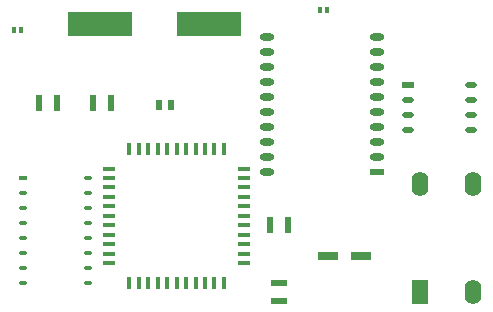
<source format=gtp>
G04*
G04 #@! TF.GenerationSoftware,Altium Limited,Altium Designer,20.2.7 (254)*
G04*
G04 Layer_Color=8421504*
%FSLAX44Y44*%
%MOMM*%
G71*
G04*
G04 #@! TF.SameCoordinates,1E3B47B3-C475-4593-AA8A-A76477CD3576*
G04*
G04*
G04 #@! TF.FilePolarity,Positive*
G04*
G01*
G75*
%ADD14O,1.4000X2.1000*%
%ADD15R,1.4000X2.1000*%
%ADD16O,1.2700X0.6000*%
%ADD17R,1.2700X0.6000*%
%ADD18R,0.3500X0.5500*%
%ADD19R,1.0000X0.5000*%
%ADD20O,1.0000X0.5000*%
%ADD21R,0.5500X1.3500*%
%ADD22R,0.6000X0.9500*%
%ADD23O,0.6800X0.4000*%
%ADD24R,0.6800X0.4000*%
%ADD25R,1.8000X0.7000*%
%ADD26R,1.3500X0.5500*%
%ADD27R,1.0000X0.4000*%
%ADD28R,0.4000X1.0000*%
%ADD29R,5.5000X2.1000*%
D14*
X1465220Y948470D02*
D03*
X1420220D02*
D03*
X1465220Y857470D02*
D03*
D15*
X1420220D02*
D03*
D16*
X1290810Y1073150D02*
D03*
Y1060450D02*
D03*
Y1047750D02*
D03*
Y1035050D02*
D03*
Y1022350D02*
D03*
Y1009650D02*
D03*
Y996950D02*
D03*
Y984250D02*
D03*
Y971550D02*
D03*
Y958850D02*
D03*
X1383810Y1073150D02*
D03*
Y1060450D02*
D03*
Y1047750D02*
D03*
Y1035050D02*
D03*
Y1022350D02*
D03*
Y1009650D02*
D03*
Y996950D02*
D03*
Y984250D02*
D03*
Y971550D02*
D03*
D17*
Y958850D02*
D03*
D18*
X1335330Y1096010D02*
D03*
X1341830D02*
D03*
X1076250Y1079500D02*
D03*
X1082750D02*
D03*
D19*
X1409700Y1032510D02*
D03*
D20*
Y1019810D02*
D03*
Y1007110D02*
D03*
Y994410D02*
D03*
X1463700Y1032510D02*
D03*
Y1019810D02*
D03*
Y1007110D02*
D03*
Y994410D02*
D03*
D21*
X1158370Y1017270D02*
D03*
X1142870D02*
D03*
X1308230Y914400D02*
D03*
X1292730D02*
D03*
X1112650Y1017270D02*
D03*
X1097150D02*
D03*
D22*
X1208960Y1016000D02*
D03*
X1198960D02*
D03*
D23*
X1138750Y864870D02*
D03*
Y877570D02*
D03*
Y890270D02*
D03*
Y902970D02*
D03*
Y915670D02*
D03*
Y928370D02*
D03*
Y941070D02*
D03*
Y953770D02*
D03*
X1083750Y864870D02*
D03*
Y877570D02*
D03*
Y890270D02*
D03*
Y902970D02*
D03*
Y915670D02*
D03*
Y928370D02*
D03*
Y941070D02*
D03*
D24*
Y953770D02*
D03*
D25*
X1370360Y887730D02*
D03*
X1342360D02*
D03*
D26*
X1300480Y865000D02*
D03*
Y849500D02*
D03*
D27*
X1271120Y881870D02*
D03*
Y889870D02*
D03*
Y897870D02*
D03*
Y905870D02*
D03*
Y913870D02*
D03*
Y921870D02*
D03*
Y929870D02*
D03*
Y937870D02*
D03*
Y945870D02*
D03*
Y953870D02*
D03*
Y961870D02*
D03*
X1157120D02*
D03*
Y953870D02*
D03*
Y945870D02*
D03*
Y937870D02*
D03*
Y929870D02*
D03*
Y921870D02*
D03*
Y913870D02*
D03*
Y905870D02*
D03*
Y897870D02*
D03*
Y889870D02*
D03*
Y881870D02*
D03*
D28*
X1254120Y978870D02*
D03*
X1246120D02*
D03*
X1238120D02*
D03*
X1230120D02*
D03*
X1222120D02*
D03*
X1214120D02*
D03*
X1206120D02*
D03*
X1198120D02*
D03*
X1190120D02*
D03*
X1182120D02*
D03*
X1174120D02*
D03*
Y864870D02*
D03*
X1182120D02*
D03*
X1190120D02*
D03*
X1198120D02*
D03*
X1206120D02*
D03*
X1214120D02*
D03*
X1222120D02*
D03*
X1230120D02*
D03*
X1238120D02*
D03*
X1246120D02*
D03*
X1254120D02*
D03*
D29*
X1148820Y1084580D02*
D03*
X1241320D02*
D03*
M02*

</source>
